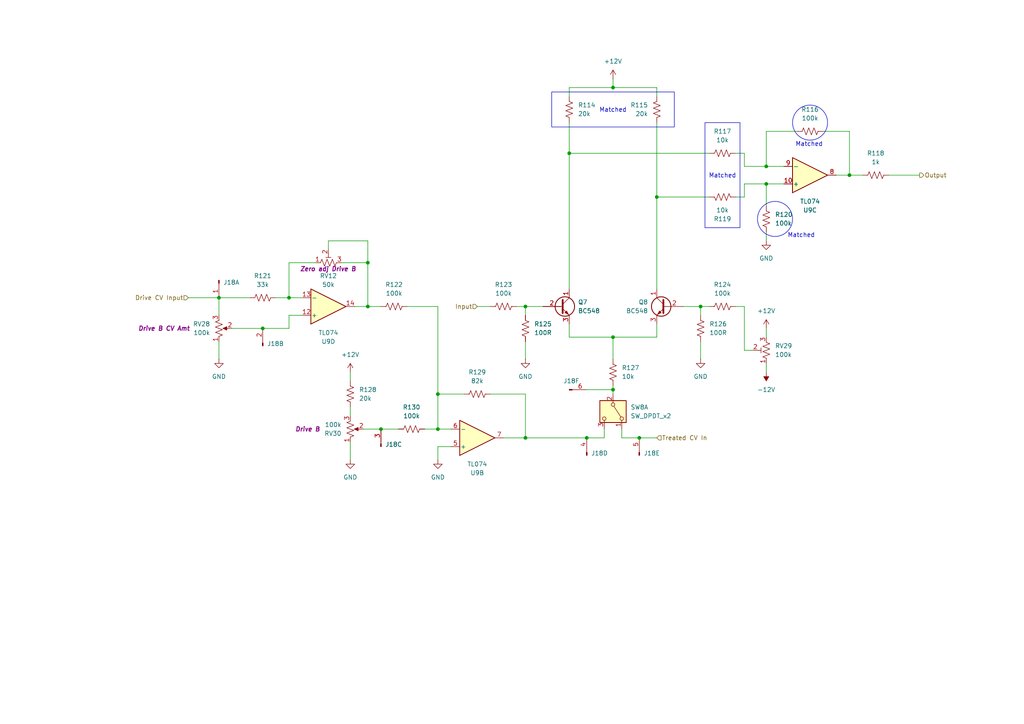
<source format=kicad_sch>
(kicad_sch (version 20231120) (generator "eeschema") (generator_version "8.0")
  (paper "A4")
  (title_block (company "DMH Instruments") (comment 1 "PCB for 15cm Kosmo format synthesizer module"))
  (lib_symbols
    (symbol "Amplifier_Operational:TL074" (pin_names (offset 0.127))
      (property "Reference" "U" (at 0 5.08 0))
      (property "Value" "TL074" (at 0 -5.08 0))
      (symbol "TL074_1_1"
        (polyline (pts (xy -5.08 5.08) (xy 5.08 0) (xy -5.08 -5.08) (xy -5.08 5.08)) (stroke (width 0.254)) (fill (type background)))
        (pin output line (at 7.62 0 180) (length 2.54) (name "~") (number "1"))
        (pin input line (at -7.62 -2.54 0) (length 2.54) (name "-") (number "2"))
        (pin input line (at -7.62 2.54 0) (length 2.54) (name "+") (number "3"))
      )
      (symbol "TL074_2_1"
        (polyline (pts (xy -5.08 5.08) (xy 5.08 0) (xy -5.08 -5.08) (xy -5.08 5.08)) (stroke (width 0.254)) (fill (type background)))
        (pin input line (at -7.62 2.54 0) (length 2.54) (name "+") (number "5"))
        (pin input line (at -7.62 -2.54 0) (length 2.54) (name "-") (number "6"))
        (pin output line (at 7.62 0 180) (length 2.54) (name "~") (number "7"))
      )
      (symbol "TL074_3_1"
        (polyline (pts (xy -5.08 5.08) (xy 5.08 0) (xy -5.08 -5.08) (xy -5.08 5.08)) (stroke (width 0.254)) (fill (type background)))
        (pin input line (at -7.62 2.54 0) (length 2.54) (name "+") (number "10"))
        (pin output line (at 7.62 0 180) (length 2.54) (name "~") (number "8"))
        (pin input line (at -7.62 -2.54 0) (length 2.54) (name "-") (number "9"))
      )
      (symbol "TL074_4_1"
        (polyline (pts (xy -5.08 5.08) (xy 5.08 0) (xy -5.08 -5.08) (xy -5.08 5.08)) (stroke (width 0.254)) (fill (type background)))
        (pin input line (at -7.62 2.54 0) (length 2.54) (name "+") (number "12"))
        (pin input line (at -7.62 -2.54 0) (length 2.54) (name "-") (number "13"))
        (pin output line (at 7.62 0 180) (length 2.54) (name "~") (number "14"))
      )
      (symbol "TL074_5_1"
        (pin power_in line (at -2.54 -7.62 90) (length 3.81) (name "V-") (number "11"))
        (pin power_in line (at -2.54 7.62 270) (length 3.81) (name "V+") (number "4"))
      )
    )
    (symbol "Device:R_Potentiometer_Trim_US" (pin_names (offset 1.016) hide)
      (property "Reference" "RV" (at -4.445 0 90))
      (property "Value" "R_Potentiometer_Trim_US" (at -2.54 0 90))
      (symbol "R_Potentiometer_Trim_US_0_1"
        (polyline (pts (xy 0 -2.286) (xy 0 -2.54)))
        (polyline (pts (xy 0 2.286) (xy 0 2.54)))
        (polyline (pts (xy 1.524 0.762) (xy 1.524 -0.762)))
        (polyline (pts (xy 2.54 0) (xy 1.524 0)))
        (polyline (pts (xy 0 -0.762) (xy 1.016 -1.143) (xy 0 -1.524) (xy -1.016 -1.905) (xy 0 -2.286)))
        (polyline (pts (xy 0 0.762) (xy 1.016 0.381) (xy 0 0) (xy -1.016 -0.381) (xy 0 -0.762)))
        (polyline (pts (xy 0 2.286) (xy 1.016 1.905) (xy 0 1.524) (xy -1.016 1.143) (xy 0 0.762)))
      )
      (symbol "R_Potentiometer_Trim_US_1_1"
        (pin passive line (at 0 3.81 270) (length 1.27) (name "1") (number "1"))
        (pin passive line (at 3.81 0 180) (length 1.27) (name "2") (number "2"))
        (pin passive line (at 0 -3.81 90) (length 1.27) (name "3") (number "3"))
      )
    )
    (symbol "Device:R_Potentiometer_US" (pin_names (offset 1.016) hide)
      (property "Reference" "RV" (at -4.445 0 90))
      (property "Value" "R_Potentiometer_US" (at -2.54 0 90))
      (symbol "R_Potentiometer_US_0_1"
        (polyline (pts (xy 0 -2.286) (xy 0 -2.54)))
        (polyline (pts (xy 0 2.54) (xy 0 2.286)))
        (polyline (pts (xy 2.54 0) (xy 1.524 0)))
        (polyline (pts (xy 1.143 0) (xy 2.286 0.508) (xy 2.286 -0.508) (xy 1.143 0)) (fill (type outline)))
        (polyline (pts (xy 0 -0.762) (xy 1.016 -1.143) (xy 0 -1.524) (xy -1.016 -1.905) (xy 0 -2.286)))
        (polyline (pts (xy 0 0.762) (xy 1.016 0.381) (xy 0 0) (xy -1.016 -0.381) (xy 0 -0.762)))
        (polyline (pts (xy 0 2.286) (xy 1.016 1.905) (xy 0 1.524) (xy -1.016 1.143) (xy 0 0.762)))
      )
      (symbol "R_Potentiometer_US_1_1"
        (pin passive line (at 0 3.81 270) (length 1.27) (name "1") (number "1"))
        (pin passive line (at 3.81 0 180) (length 1.27) (name "2") (number "2"))
        (pin passive line (at 0 -3.81 90) (length 1.27) (name "3") (number "3"))
      )
    )
    (symbol "Device:R_US" (pin_numbers hide) (pin_names (offset 0))
      (property "Reference" "R" (at 2.54 0 90))
      (property "Value" "R_US" (at -2.54 0 90))
      (symbol "R_US_0_1"
        (polyline (pts (xy 0 -2.286) (xy 0 -2.54)))
        (polyline (pts (xy 0 2.286) (xy 0 2.54)))
        (polyline (pts (xy 0 -0.762) (xy 1.016 -1.143) (xy 0 -1.524) (xy -1.016 -1.905) (xy 0 -2.286)))
        (polyline (pts (xy 0 0.762) (xy 1.016 0.381) (xy 0 0) (xy -1.016 -0.381) (xy 0 -0.762)))
        (polyline (pts (xy 0 2.286) (xy 1.016 1.905) (xy 0 1.524) (xy -1.016 1.143) (xy 0 0.762)))
      )
      (symbol "R_US_1_1"
        (pin passive line (at 0 3.81 270) (length 1.27) (name "~") (number "1"))
        (pin passive line (at 0 -3.81 90) (length 1.27) (name "~") (number "2"))
      )
    )
    (symbol "Switch:SW_DPDT_x2" (pin_names (offset 0) hide)
      (property "Reference" "SW" (at 0 5.08 0))
      (property "Value" "SW_DPDT_x2" (at 0 -5.08 0))
      (symbol "SW_DPDT_x2_0_0"
        (circle (center -2.032 0) (radius 0.508))
        (circle (center 2.032 -2.54) (radius 0.508))
      )
      (symbol "SW_DPDT_x2_0_1"
        (rectangle (start -3.175 3.81) (end 3.175 -3.81) (stroke (width 0.254)) (fill (type background)))
        (polyline (pts (xy -1.524 0.254) (xy 1.5748 2.286)))
        (circle (center 2.032 2.54) (radius 0.508))
      )
      (symbol "SW_DPDT_x2_1_1"
        (pin passive line (at 5.08 2.54 180) (length 2.54) (name "A") (number "1"))
        (pin passive line (at -5.08 0 0) (length 2.54) (name "B") (number "2"))
        (pin passive line (at 5.08 -2.54 180) (length 2.54) (name "C") (number "3"))
      )
      (symbol "SW_DPDT_x2_2_1"
        (pin passive line (at 5.08 2.54 180) (length 2.54) (name "A") (number "4"))
        (pin passive line (at -5.08 0 0) (length 2.54) (name "B") (number "5"))
        (pin passive line (at 5.08 -2.54 180) (length 2.54) (name "C") (number "6"))
      )
    )
    (symbol "SynthStuff:Conn_01x06_PinHeader" (pin_names (offset 1.016) hide)
      (property "Reference" "J" (at 0 2.54 0))
      (symbol "Conn_01x06_PinHeader_1_1"
        (polyline (pts (xy 1.27 0) (xy 0.8636 0)) (stroke (width 0.1524)))
        (rectangle (start 0.8636 0.127) (end 0 -0.127) (stroke (width 0.1524)) (fill (type outline)))
        (pin passive line (at 5.08 0 180) (length 3.81) (name "Pin_1") (number "1"))
      )
      (symbol "Conn_01x06_PinHeader_2_1"
        (polyline (pts (xy 1.27 0) (xy 0.8636 0)) (stroke (width 0.1524)))
        (rectangle (start 0.8636 0.127) (end 0 -0.127) (stroke (width 0.1524)) (fill (type outline)))
        (pin passive line (at 5.08 0 180) (length 3.81) (name "Pin_2") (number "2"))
      )
      (symbol "Conn_01x06_PinHeader_3_1"
        (polyline (pts (xy 1.27 0) (xy 0.8636 0)) (stroke (width 0.1524)))
        (rectangle (start 0.8636 0.127) (end 0 -0.127) (stroke (width 0.1524)) (fill (type outline)))
        (pin passive line (at 5.08 0 180) (length 3.81) (name "Pin_3") (number "3"))
      )
      (symbol "Conn_01x06_PinHeader_4_1"
        (polyline (pts (xy 1.27 0) (xy 0.8636 0)) (stroke (width 0.1524)))
        (rectangle (start 0.8636 0.127) (end 0 -0.127) (stroke (width 0.1524)) (fill (type outline)))
        (pin passive line (at 5.08 0 180) (length 3.81) (name "Pin_4") (number "4"))
      )
      (symbol "Conn_01x06_PinHeader_5_1"
        (polyline (pts (xy 1.27 0) (xy 0.8636 0)) (stroke (width 0.1524)))
        (rectangle (start 0.8636 0.127) (end 0 -0.127) (stroke (width 0.1524)) (fill (type outline)))
        (pin passive line (at 5.08 0 180) (length 3.81) (name "Pin_5") (number "5"))
      )
      (symbol "Conn_01x06_PinHeader_6_1"
        (polyline (pts (xy 1.27 0) (xy 0.8636 0)) (stroke (width 0.1524)))
        (rectangle (start 0.8636 0.127) (end 0 -0.127) (stroke (width 0.1524)) (fill (type outline)))
        (pin passive line (at 5.08 0 180) (length 3.81) (name "Pin_6") (number "6"))
      )
    )
    (symbol "Transistor_BJT:BC548" (pin_names (offset 0) hide)
      (property "Reference" "Q" (at 5.08 1.905 0))
      (property "Value" "BC548" (at 5.08 0 0))
      (symbol "BC548_0_1"
        (polyline (pts (xy 0 0) (xy 0.635 0)))
        (polyline (pts (xy 0.635 0.635) (xy 2.54 2.54)))
        (polyline (pts (xy 0.635 -0.635) (xy 2.54 -2.54) (xy 2.54 -2.54)))
        (polyline (pts (xy 0.635 1.905) (xy 0.635 -1.905) (xy 0.635 -1.905)) (stroke (width 0.508)))
        (polyline (pts (xy 1.27 -1.778) (xy 1.778 -1.27) (xy 2.286 -2.286) (xy 1.27 -1.778) (xy 1.27 -1.778)) (fill (type outline)))
        (circle (center 1.27 0) (radius 2.8194) (stroke (width 0.254)))
      )
      (symbol "BC548_1_1"
        (pin passive line (at 2.54 5.08 270) (length 2.54) (name "C") (number "1"))
        (pin input line (at -5.08 0 0) (length 5.08) (name "B") (number "2"))
        (pin passive line (at 2.54 -5.08 90) (length 2.54) (name "E") (number "3"))
      )
    )
    (symbol "power:+12V" (power) (pin_numbers hide) (pin_names (offset 0) hide)
      (property "Value" "+12V" (at 0 3.556 0))
      (symbol "+12V_0_1"
        (polyline (pts (xy -0.762 1.27) (xy 0 2.54)))
        (polyline (pts (xy 0 0) (xy 0 2.54)))
        (polyline (pts (xy 0 2.54) (xy 0.762 1.27)))
      )
      (symbol "+12V_1_1"
        (pin power_in line (at 0 0 90) (length 0) (name "~") (number "1"))
      )
    )
    (symbol "power:-12V" (power) (pin_numbers hide) (pin_names (offset 0) hide)
      (property "Value" "-12V" (at 0 3.556 0))
      (symbol "-12V_0_0"
        (pin power_in line (at 0 0 90) (length 0) (name "~") (number "1"))
      )
      (symbol "-12V_0_1"
        (polyline (pts (xy 0 0) (xy 0 1.27) (xy 0.762 1.27) (xy 0 2.54) (xy -0.762 1.27) (xy 0 1.27)) (fill (type outline)))
      )
    )
    (symbol "power:GND" (power) (pin_numbers hide) (pin_names (offset 0) hide)
      (property "Value" "GND" (at 0 -3.81 0))
      (symbol "GND_0_1"
        (polyline (pts (xy 0 0) (xy 0 -1.27) (xy 1.27 -1.27) (xy 0 -2.54) (xy -1.27 -1.27) (xy 0 -1.27)))
      )
      (symbol "GND_1_1"
        (pin power_in line (at 0 0 270) (length 0) (name "~") (number "1"))
      )
    )
  )
  (junction (at 106.68 88.9))
  (junction (at 190.5 57.15))
  (junction (at 165.1 44.45))
  (junction (at 222.25 53.34))
  (junction (at 110.49 124.46))
  (junction (at 177.8 25.4))
  (junction (at 246.38 50.8))
  (junction (at 152.4 127))
  (junction (at 170.18 127))
  (junction (at 63.5 86.36))
  (junction (at 177.8 113.03))
  (junction (at 127 124.46))
  (junction (at 152.4 88.9))
  (junction (at 203.2 88.9))
  (junction (at 76.2 95.25))
  (junction (at 106.68 76.2))
  (junction (at 127 114.3))
  (junction (at 222.25 48.26))
  (junction (at 177.8 97.79))
  (junction (at 185.42 127))
  (junction (at 83.82 86.36))
  (wire (pts (xy 215.9 48.26) (xy 222.25 48.26)))
  (wire (pts (xy 190.5 57.15) (xy 190.5 83.82)))
  (wire (pts (xy 54.61 86.36) (xy 63.5 86.36)))
  (wire (pts (xy 152.4 127) (xy 170.18 127)))
  (wire (pts (xy 190.5 25.4) (xy 177.8 25.4)))
  (wire (pts (xy 101.6 128.27) (xy 101.6 133.35)))
  (wire (pts (xy 165.1 44.45) (xy 205.74 44.45)))
  (wire (pts (xy 165.1 97.79) (xy 177.8 97.79)))
  (wire (pts (xy 127 114.3) (xy 127 124.46)))
  (wire (pts (xy 213.36 44.45) (xy 215.9 44.45)))
  (wire (pts (xy 222.25 67.31) (xy 222.25 69.85)))
  (wire (pts (xy 203.2 88.9) (xy 203.2 91.44)))
  (wire (pts (xy 67.31 95.25) (xy 76.2 95.25)))
  (wire (pts (xy 215.9 88.9) (xy 215.9 101.6)))
  (wire (pts (xy 165.1 44.45) (xy 165.1 83.82)))
  (wire (pts (xy 83.82 95.25) (xy 83.82 91.44)))
  (wire (pts (xy 222.25 95.25) (xy 222.25 97.79)))
  (wire (pts (xy 152.4 88.9) (xy 152.4 91.44)))
  (wire (pts (xy 257.81 50.8) (xy 266.7 50.8)))
  (wire (pts (xy 101.6 107.95) (xy 101.6 110.49)))
  (wire (pts (xy 106.68 88.9) (xy 110.49 88.9)))
  (wire (pts (xy 123.19 124.46) (xy 127 124.46)))
  (wire (pts (xy 190.5 127) (xy 185.42 127)))
  (wire (pts (xy 238.76 38.1) (xy 246.38 38.1)))
  (wire (pts (xy 246.38 50.8) (xy 250.19 50.8)))
  (wire (pts (xy 80.01 86.36) (xy 83.82 86.36)))
  (wire (pts (xy 222.25 38.1) (xy 222.25 48.26)))
  (wire (pts (xy 222.25 53.34) (xy 227.33 53.34)))
  (wire (pts (xy 190.5 27.94) (xy 190.5 25.4)))
  (wire (pts (xy 170.18 113.03) (xy 177.8 113.03)))
  (wire (pts (xy 95.25 69.85) (xy 106.68 69.85)))
  (wire (pts (xy 222.25 105.41) (xy 222.25 107.95)))
  (wire (pts (xy 165.1 27.94) (xy 165.1 25.4)))
  (wire (pts (xy 83.82 86.36) (xy 87.63 86.36)))
  (wire (pts (xy 165.1 35.56) (xy 165.1 44.45)))
  (wire (pts (xy 190.5 93.98) (xy 190.5 97.79)))
  (wire (pts (xy 110.49 124.46) (xy 115.57 124.46)))
  (wire (pts (xy 175.26 124.46) (xy 175.26 127)))
  (wire (pts (xy 127 124.46) (xy 130.81 124.46)))
  (wire (pts (xy 170.18 127) (xy 175.26 127)))
  (wire (pts (xy 215.9 44.45) (xy 215.9 48.26)))
  (wire (pts (xy 177.8 25.4) (xy 177.8 22.86)))
  (wire (pts (xy 101.6 118.11) (xy 101.6 120.65)))
  (wire (pts (xy 152.4 88.9) (xy 157.48 88.9)))
  (wire (pts (xy 118.11 88.9) (xy 127 88.9)))
  (wire (pts (xy 149.86 88.9) (xy 152.4 88.9)))
  (wire (pts (xy 190.5 57.15) (xy 205.74 57.15)))
  (wire (pts (xy 106.68 88.9) (xy 102.87 88.9)))
  (wire (pts (xy 177.8 111.76) (xy 177.8 113.03)))
  (wire (pts (xy 190.5 97.79) (xy 177.8 97.79)))
  (wire (pts (xy 222.25 48.26) (xy 227.33 48.26)))
  (wire (pts (xy 152.4 99.06) (xy 152.4 104.14)))
  (wire (pts (xy 63.5 86.36) (xy 63.5 91.44)))
  (wire (pts (xy 231.14 38.1) (xy 222.25 38.1)))
  (wire (pts (xy 203.2 99.06) (xy 203.2 104.14)))
  (wire (pts (xy 130.81 129.54) (xy 127 129.54)))
  (wire (pts (xy 142.24 114.3) (xy 152.4 114.3)))
  (wire (pts (xy 222.25 53.34) (xy 222.25 59.69)))
  (wire (pts (xy 63.5 86.36) (xy 72.39 86.36)))
  (wire (pts (xy 198.12 88.9) (xy 203.2 88.9)))
  (wire (pts (xy 215.9 53.34) (xy 222.25 53.34)))
  (wire (pts (xy 83.82 91.44) (xy 87.63 91.44)))
  (wire (pts (xy 146.05 127) (xy 152.4 127)))
  (wire (pts (xy 215.9 101.6) (xy 218.44 101.6)))
  (wire (pts (xy 76.2 95.25) (xy 83.82 95.25)))
  (wire (pts (xy 213.36 57.15) (xy 215.9 57.15)))
  (wire (pts (xy 134.62 114.3) (xy 127 114.3)))
  (wire (pts (xy 105.41 124.46) (xy 110.49 124.46)))
  (wire (pts (xy 106.68 76.2) (xy 106.68 88.9)))
  (wire (pts (xy 190.5 35.56) (xy 190.5 57.15)))
  (wire (pts (xy 177.8 97.79) (xy 177.8 104.14)))
  (wire (pts (xy 127 129.54) (xy 127 133.35)))
  (wire (pts (xy 203.2 88.9) (xy 205.74 88.9)))
  (wire (pts (xy 215.9 57.15) (xy 215.9 53.34)))
  (wire (pts (xy 83.82 76.2) (xy 83.82 86.36)))
  (wire (pts (xy 246.38 38.1) (xy 246.38 50.8)))
  (wire (pts (xy 177.8 113.03) (xy 177.8 114.3)))
  (wire (pts (xy 242.57 50.8) (xy 246.38 50.8)))
  (wire (pts (xy 127 88.9) (xy 127 114.3)))
  (wire (pts (xy 106.68 69.85) (xy 106.68 76.2)))
  (wire (pts (xy 99.06 76.2) (xy 106.68 76.2)))
  (wire (pts (xy 152.4 114.3) (xy 152.4 127)))
  (wire (pts (xy 83.82 76.2) (xy 91.44 76.2)))
  (wire (pts (xy 138.43 88.9) (xy 142.24 88.9)))
  (wire (pts (xy 180.34 127) (xy 180.34 124.46)))
  (wire (pts (xy 185.42 127) (xy 180.34 127)))
  (wire (pts (xy 63.5 99.06) (xy 63.5 104.14)))
  (wire (pts (xy 165.1 25.4) (xy 177.8 25.4)))
  (wire (pts (xy 165.1 93.98) (xy 165.1 97.79)))
  (wire (pts (xy 95.25 72.39) (xy 95.25 69.85)))
  (wire (pts (xy 213.36 88.9) (xy 215.9 88.9)))
  (rectangle (start 160.02 26.67) (end 195.58 36.83))
  (circle (center 224.79 63.5) (radius 5.08))
  (circle (center 234.95 35.56) (radius 5.08))
  (rectangle (start 204.47 35.56) (end 214.63 66.04))
  (text "Matched" (at 177.8 32.004 0) (effects (font (size 1.27 1.27))))
  (text "Matched" (at 234.696 41.91 0) (effects (font (size 1.27 1.27))))
  (text "Matched" (at 232.41 68.326 0) (effects (font (size 1.27 1.27))))
  (text "Matched" (at 209.55 51.054 0) (effects (font (size 1.27 1.27))))
  (hierarchical_label "Output" (shape output) (at 266.7 50.8 0))
  (hierarchical_label "Drive CV Input" (shape input) (at 54.61 86.36 180))
  (hierarchical_label "Treated CV In" (shape input) (at 190.5 127 0))
  (hierarchical_label "Input" (shape input) (at 138.43 88.9 180))
  (symbol (lib_id "power:GND") (at 203.2 104.14 0) (unit 1)
    (property "Reference" "#PWR093" (effects (hide yes)))
    (property "Value" "GND" (at 203.2 109.22 0))
    (property "Description" "Power symbol creates a global label with name \"GND\" , ground" (effects (hide yes)))
  )
  (symbol (lib_id "Device:R_US") (at 138.43 114.3 90) (unit 1)
    (property "Reference" "R129" (at 138.43 107.95 90))
    (property "Value" "82k" (at 138.43 110.49 90))
    (property "Footprint" "Resistor_THT:R_Axial_DIN0207_L6.3mm_D2.5mm_P7.62mm_Horizontal" (effects (hide yes)))
    (property "Description" "Resistor, US symbol" (effects (hide yes)))
  )
  (symbol (lib_id "Device:R_US") (at 177.8 107.95 180) (unit 1)
    (property "Reference" "R127" (at 180.34 106.6799 0) (effects (justify right)))
    (property "Value" "10k" (at 180.34 109.2199 0) (effects (justify right)))
    (property "Footprint" "Resistor_THT:R_Axial_DIN0207_L6.3mm_D2.5mm_P7.62mm_Horizontal" (effects (hide yes)))
    (property "Description" "Resistor, US symbol" (effects (hide yes)))
  )
  (symbol (lib_id "power:+12V") (at 177.8 22.86 0) (unit 1)
    (property "Reference" "#PWR031" (effects (hide yes)))
    (property "Value" "+12V" (at 177.8 17.78 0))
    (property "Description" "Power symbol creates a global label with name \"+12V\"" (effects (hide yes)))
  )
  (symbol (lib_id "Device:R_Potentiometer_Trim_US") (at 95.25 76.2 90) (unit 1)
    (property "Reference" "RV12" (at 95.25 80.01 90))
    (property "Value" "50k" (at 95.25 82.55 90))
    (property "Footprint" "Potentiometer_THT:Potentiometer_Bourns_3296W_Vertical" (effects (hide yes)))
    (property "Description" "Trim-potentiometer, US symbol" (effects (hide yes)))
    (property "Function" "Zero adj Drive B" (at 95.25 77.978 90) (effects (font (thickness 0.254) (bold yes) (italic yes))))
  )
  (symbol (lib_id "Device:R_US") (at 165.1 31.75 180) (unit 1)
    (property "Reference" "R114" (at 167.64 30.4799 0) (effects (justify right)))
    (property "Value" "20k" (at 167.64 33.0199 0) (effects (justify right)))
    (property "Footprint" "Resistor_THT:R_Axial_DIN0207_L6.3mm_D2.5mm_P7.62mm_Horizontal" (effects (hide yes)))
    (property "Description" "Resistor, US symbol" (effects (hide yes)))
  )
  (symbol (lib_id "SynthStuff:Conn_01x06_PinHeader") (at 63.5 81.28 270) (unit 1)
    (property "Reference" "J18" (at 64.77 81.9149 90) (effects (justify left)))
    (property "Value" "Conn_01x06_PinHeader" (effects (hide yes)))
    (property "Footprint" "Connector_PinHeader_2.54mm:PinHeader_1x10_P2.54mm_Vertical" (effects (hide yes)))
    (property "Description" "Generic connector, single row, 01x06" (effects (hide yes)))
  )
  (symbol (lib_id "Switch:SW_DPDT_x2") (at 177.8 119.38 270) (unit 1)
    (property "Reference" "SW8" (at 182.88 118.1099 90) (effects (justify left)))
    (property "Value" "SW_DPDT_x2" (at 182.88 120.6499 90) (effects (justify left)))
    (property "Footprint" "SynthStuff:Toggle_Switch_2_Poles_TE" (effects (hide yes)))
    (property "Description" "Switch, dual pole double throw, separate symbols" (effects (hide yes)))
  )
  (symbol (lib_id "Device:R_US") (at 119.38 124.46 90) (unit 1)
    (property "Reference" "R130" (at 119.38 118.11 90))
    (property "Value" "100k" (at 119.38 120.65 90))
    (property "Footprint" "Resistor_THT:R_Axial_DIN0207_L6.3mm_D2.5mm_P7.62mm_Horizontal" (effects (hide yes)))
    (property "Description" "Resistor, US symbol" (effects (hide yes)))
  )
  (symbol (lib_id "Device:R_US") (at 190.5 31.75 0) (mirror x) (unit 1)
    (property "Reference" "R115" (at 187.96 30.4799 0) (effects (justify right)))
    (property "Value" "20k" (at 187.96 33.0199 0) (effects (justify right)))
    (property "Footprint" "Resistor_THT:R_Axial_DIN0207_L6.3mm_D2.5mm_P7.62mm_Horizontal" (effects (hide yes)))
    (property "Description" "Resistor, US symbol" (effects (hide yes)))
  )
  (symbol (lib_id "SynthStuff:Conn_01x06_PinHeader") (at 170.18 132.08 90) (unit 4)
    (property "Reference" "J18" (at 171.45 131.4449 90) (effects (justify right)))
    (property "Value" "Conn_01x06_PinHeader" (effects (hide yes)))
    (property "Description" "Generic connector, single row, 01x06" (effects (hide yes)))
  )
  (symbol (lib_id "Device:R_US") (at 222.25 63.5 0) (unit 1)
    (property "Reference" "R120" (at 224.79 62.2299 0) (effects (justify left)))
    (property "Value" "100k" (at 224.79 64.7699 0) (effects (justify left)))
    (property "Footprint" "Resistor_THT:R_Axial_DIN0207_L6.3mm_D2.5mm_P7.62mm_Horizontal" (effects (hide yes)))
    (property "Description" "Resistor, US symbol" (effects (hide yes)))
  )
  (symbol (lib_id "Transistor_BJT:BC548") (at 162.56 88.9 0) (unit 1)
    (property "Reference" "Q7" (at 167.64 87.6299 0) (effects (justify left)))
    (property "Value" "BC548" (at 167.64 90.1699 0) (effects (justify left)))
    (property "Footprint" "Package_TO_SOT_THT:TO-92L_Inline_Wide" (effects (hide yes)))
    (property "Datasheet" "https://www.onsemi.com/pub/Collateral/BC550-D.pdf" (effects (hide yes)))
    (property "Description" "0.1A Ic, 30V Vce, Small Signal NPN Transistor, TO-92" (effects (hide yes)))
  )
  (symbol (lib_id "Device:R_US") (at 254 50.8 270) (unit 1)
    (property "Reference" "R118" (at 254 44.45 90))
    (property "Value" "1k" (at 254 46.99 90))
    (property "Footprint" "Resistor_THT:R_Axial_DIN0207_L6.3mm_D2.5mm_P7.62mm_Horizontal" (effects (hide yes)))
    (property "Description" "Resistor, US symbol" (effects (hide yes)))
  )
  (symbol (lib_id "SynthStuff:Conn_01x06_PinHeader") (at 165.1 113.03 0) (unit 6)
    (property "Reference" "J18" (at 165.735 110.49 0))
    (property "Value" "Conn_01x06_PinHeader" (effects (hide yes)))
    (property "Description" "Generic connector, single row, 01x06" (effects (hide yes)))
  )
  (symbol (lib_id "Device:R_US") (at 209.55 88.9 270) (unit 1)
    (property "Reference" "R124" (at 209.55 82.55 90))
    (property "Value" "100k" (at 209.55 85.09 90))
    (property "Footprint" "Resistor_THT:R_Axial_DIN0207_L6.3mm_D2.5mm_P7.62mm_Horizontal" (effects (hide yes)))
    (property "Description" "Resistor, US symbol" (effects (hide yes)))
  )
  (symbol (lib_id "Amplifier_Operational:TL074") (at 138.43 127 0) (mirror x) (unit 2)
    (property "Reference" "U9" (at 138.43 137.16 0))
    (property "Value" "TL074" (at 138.43 134.62 0))
    (property "Footprint" "Package_DIP:DIP-14_W7.62mm_Socket" (effects (hide yes)))
    (property "Datasheet" "http://www.ti.com/lit/ds/symlink/tl071.pdf" (effects (hide yes)))
    (property "Description" "Quad Low-Noise JFET-Input Operational Amplifiers, DIP-14/SOIC-14" (effects (hide yes)))
  )
  (symbol (lib_id "Device:R_US") (at 209.55 44.45 270) (unit 1)
    (property "Reference" "R117" (at 209.55 38.1 90))
    (property "Value" "10k" (at 209.55 40.64 90))
    (property "Footprint" "Resistor_THT:R_Axial_DIN0207_L6.3mm_D2.5mm_P7.62mm_Horizontal" (effects (hide yes)))
    (property "Description" "Resistor, US symbol" (effects (hide yes)))
  )
  (symbol (lib_id "Device:R_US") (at 76.2 86.36 90) (unit 1)
    (property "Reference" "R121" (at 76.2 80.01 90))
    (property "Value" "33k" (at 76.2 82.55 90))
    (property "Footprint" "Resistor_THT:R_Axial_DIN0207_L6.3mm_D2.5mm_P7.62mm_Horizontal" (effects (hide yes)))
    (property "Description" "Resistor, US symbol" (effects (hide yes)))
  )
  (symbol (lib_id "Device:R_US") (at 209.55 57.15 270) (mirror x) (unit 1)
    (property "Reference" "R119" (at 209.55 63.5 90))
    (property "Value" "10k" (at 209.55 60.96 90))
    (property "Footprint" "Resistor_THT:R_Axial_DIN0207_L6.3mm_D2.5mm_P7.62mm_Horizontal" (effects (hide yes)))
    (property "Description" "Resistor, US symbol" (effects (hide yes)))
  )
  (symbol (lib_id "SynthStuff:Conn_01x06_PinHeader") (at 76.2 100.33 90) (unit 2)
    (property "Reference" "J18" (at 77.47 99.6949 90) (effects (justify right)))
    (property "Value" "Conn_01x06_PinHeader" (effects (hide yes)))
    (property "Footprint" "Connector_PinHeader_2.54mm:PinHeader_1x10_P2.54mm_Vertical" (effects (hide yes)))
    (property "Description" "Generic connector, single row, 01x06" (effects (hide yes)))
  )
  (symbol (lib_id "power:-12V") (at 222.25 107.95 180) (unit 1)
    (property "Reference" "#PWR095" (effects (hide yes)))
    (property "Value" "-12V" (at 222.25 113.03 0))
    (property "Description" "Power symbol creates a global label with name \"-12V\"" (effects (hide yes)))
  )
  (symbol (lib_id "Device:R_Potentiometer_Trim_US") (at 222.25 101.6 180) (unit 1)
    (property "Reference" "RV29" (at 224.79 100.3299 0) (effects (justify right)))
    (property "Value" "100k" (at 224.79 102.8699 0) (effects (justify right)))
    (property "Footprint" "Potentiometer_THT:Potentiometer_Bourns_3296W_Vertical" (effects (hide yes)))
    (property "Description" "Trim-potentiometer, US symbol" (effects (hide yes)))
  )
  (symbol (lib_id "power:GND") (at 152.4 104.14 0) (unit 1)
    (property "Reference" "#PWR092" (effects (hide yes)))
    (property "Value" "GND" (at 152.4 109.22 0))
    (property "Description" "Power symbol creates a global label with name \"GND\" , ground" (effects (hide yes)))
  )
  (symbol (lib_id "Amplifier_Operational:TL074") (at 234.95 50.8 0) (mirror x) (unit 3)
    (property "Reference" "U9" (at 234.95 60.96 0))
    (property "Value" "TL074" (at 234.95 58.42 0))
    (property "Footprint" "Package_DIP:DIP-14_W7.62mm_Socket" (effects (hide yes)))
    (property "Datasheet" "http://www.ti.com/lit/ds/symlink/tl071.pdf" (effects (hide yes)))
    (property "Description" "Quad Low-Noise JFET-Input Operational Amplifiers, DIP-14/SOIC-14" (effects (hide yes)))
  )
  (symbol (lib_id "Device:R_US") (at 152.4 95.25 180) (unit 1)
    (property "Reference" "R125" (at 154.94 93.9799 0) (effects (justify right)))
    (property "Value" "100R" (at 154.94 96.5199 0) (effects (justify right)))
    (property "Footprint" "Resistor_THT:R_Axial_DIN0207_L6.3mm_D2.5mm_P7.62mm_Horizontal" (effects (hide yes)))
    (property "Description" "Resistor, US symbol" (effects (hide yes)))
  )
  (symbol (lib_id "SynthStuff:Conn_01x06_PinHeader") (at 110.49 129.54 90) (unit 3)
    (property "Reference" "J18" (at 111.76 128.9049 90) (effects (justify right)))
    (property "Value" "Conn_01x06_PinHeader" (effects (hide yes)))
    (property "Footprint" "Connector_PinHeader_2.54mm:PinHeader_1x10_P2.54mm_Vertical" (effects (hide yes)))
    (property "Description" "Generic connector, single row, 01x06" (effects (hide yes)))
  )
  (symbol (lib_id "power:GND") (at 127 133.35 0) (unit 1)
    (property "Reference" "#PWR097" (effects (hide yes)))
    (property "Value" "GND" (at 127 138.43 0))
    (property "Description" "Power symbol creates a global label with name \"GND\" , ground" (effects (hide yes)))
  )
  (symbol (lib_id "Device:R_US") (at 114.3 88.9 90) (unit 1)
    (property "Reference" "R122" (at 114.3 82.55 90))
    (property "Value" "100k" (at 114.3 85.09 90))
    (property "Footprint" "Resistor_THT:R_Axial_DIN0207_L6.3mm_D2.5mm_P7.62mm_Horizontal" (effects (hide yes)))
    (property "Description" "Resistor, US symbol" (effects (hide yes)))
  )
  (symbol (lib_id "power:GND") (at 222.25 69.85 0) (unit 1)
    (property "Reference" "#PWR078" (effects (hide yes)))
    (property "Value" "GND" (at 222.25 74.93 0))
    (property "Description" "Power symbol creates a global label with name \"GND\" , ground" (effects (hide yes)))
  )
  (symbol (lib_id "power:GND") (at 63.5 104.14 0) (unit 1)
    (property "Reference" "#PWR091" (effects (hide yes)))
    (property "Value" "GND" (at 63.5 109.22 0))
    (property "Description" "Power symbol creates a global label with name \"GND\" , ground" (effects (hide yes)))
  )
  (symbol (lib_id "Device:R_Potentiometer_US") (at 63.5 95.25 0) (mirror x) (unit 1)
    (property "Reference" "RV28" (at 60.96 93.9799 0) (effects (justify right)))
    (property "Value" "100k" (at 60.96 96.5199 0) (effects (justify right)))
    (property "Footprint" "SynthStuff:Potentiometer_TT_P110KH1" (effects (hide yes)))
    (property "Description" "Potentiometer, US symbol" (effects (hide yes)))
    (property "Function" "Drive B CV Amt" (at 47.498 95.25 0) (effects (font (thickness 0.254) (bold yes) (italic yes))))
  )
  (symbol (lib_id "power:GND") (at 101.6 133.35 0) (unit 1)
    (property "Reference" "#PWR096" (effects (hide yes)))
    (property "Value" "GND" (at 101.6 138.43 0))
    (property "Description" "Power symbol creates a global label with name \"GND\" , ground" (effects (hide yes)))
  )
  (symbol (lib_id "SynthStuff:Conn_01x06_PinHeader") (at 185.42 132.08 90) (unit 5)
    (property "Reference" "J18" (at 186.69 131.4449 90) (effects (justify right)))
    (property "Value" "Conn_01x06_PinHeader" (effects (hide yes)))
    (property "Description" "Generic connector, single row, 01x06" (effects (hide yes)))
  )
  (symbol (lib_id "Device:R_US") (at 203.2 95.25 180) (unit 1)
    (property "Reference" "R126" (at 205.74 93.9799 0) (effects (justify right)))
    (property "Value" "100R" (at 205.74 96.5199 0) (effects (justify right)))
    (property "Footprint" "Resistor_THT:R_Axial_DIN0207_L6.3mm_D2.5mm_P7.62mm_Horizontal" (effects (hide yes)))
    (property "Description" "Resistor, US symbol" (effects (hide yes)))
  )
  (symbol (lib_id "Device:R_Potentiometer_US") (at 101.6 124.46 0) (mirror x) (unit 1)
    (property "Reference" "RV30" (at 99.06 125.7301 0) (effects (justify right)))
    (property "Value" "100k" (at 99.06 123.1901 0) (effects (justify right)))
    (property "Footprint" "SynthStuff:Potentiometer_Alpha_RD901F-40-00D_Single_Vertical" (effects (hide yes)))
    (property "Description" "Potentiometer, US symbol" (effects (hide yes)))
    (property "Function" "Drive B" (at 89.154 124.46 0) (effects (font (thickness 0.254) (bold yes) (italic yes))))
  )
  (symbol (lib_id "Transistor_BJT:BC548") (at 193.04 88.9 0) (mirror y) (unit 1)
    (property "Reference" "Q8" (at 187.96 87.6299 0) (effects (justify left)))
    (property "Value" "BC548" (at 187.96 90.1699 0) (effects (justify left)))
    (property "Footprint" "Package_TO_SOT_THT:TO-92L_Inline_Wide" (effects (hide yes)))
    (property "Datasheet" "https://www.onsemi.com/pub/Collateral/BC550-D.pdf" (effects (hide yes)))
    (property "Description" "0.1A Ic, 30V Vce, Small Signal NPN Transistor, TO-92" (effects (hide yes)))
  )
  (symbol (lib_id "Amplifier_Operational:TL074") (at 95.25 88.9 0) (mirror x) (unit 4)
    (property "Reference" "U9" (at 95.25 99.06 0))
    (property "Value" "TL074" (at 95.25 96.52 0))
    (property "Footprint" "Package_DIP:DIP-14_W7.62mm_Socket" (effects (hide yes)))
    (property "Datasheet" "http://www.ti.com/lit/ds/symlink/tl071.pdf" (effects (hide yes)))
    (property "Description" "Quad Low-Noise JFET-Input Operational Amplifiers, DIP-14/SOIC-14" (effects (hide yes)))
  )
  (symbol (lib_id "Device:R_US") (at 101.6 114.3 180) (unit 1)
    (property "Reference" "R128" (at 104.14 113.0299 0) (effects (justify right)))
    (property "Value" "20k" (at 104.14 115.5699 0) (effects (justify right)))
    (property "Footprint" "Resistor_THT:R_Axial_DIN0207_L6.3mm_D2.5mm_P7.62mm_Horizontal" (effects (hide yes)))
    (property "Description" "Resistor, US symbol" (effects (hide yes)))
  )
  (symbol (lib_id "power:+12V") (at 222.25 95.25 0) (unit 1)
    (property "Reference" "#PWR090" (effects (hide yes)))
    (property "Value" "+12V" (at 222.25 90.17 0))
    (property "Description" "Power symbol creates a global label with name \"+12V\"" (effects (hide yes)))
  )
  (symbol (lib_id "Device:R_US") (at 234.95 38.1 270) (unit 1)
    (property "Reference" "R116" (at 234.95 31.75 90))
    (property "Value" "100k" (at 234.95 34.29 90))
    (property "Footprint" "Resistor_THT:R_Axial_DIN0207_L6.3mm_D2.5mm_P7.62mm_Horizontal" (effects (hide yes)))
    (property "Description" "Resistor, US symbol" (effects (hide yes)))
  )
  (symbol (lib_id "power:+12V") (at 101.6 107.95 0) (unit 1)
    (property "Reference" "#PWR094" (effects (hide yes)))
    (property "Value" "+12V" (at 101.6 102.87 0))
    (property "Description" "Power symbol creates a global label with name \"+12V\"" (effects (hide yes)))
  )
  (symbol (lib_id "Device:R_US") (at 146.05 88.9 270) (unit 1)
    (property "Reference" "R123" (at 146.05 82.55 90))
    (property "Value" "100k" (at 146.05 85.09 90))
    (property "Footprint" "Resistor_THT:R_Axial_DIN0207_L6.3mm_D2.5mm_P7.62mm_Horizontal" (effects (hide yes)))
    (property "Description" "Resistor, US symbol" (effects (hide yes)))
  )
)
</source>
